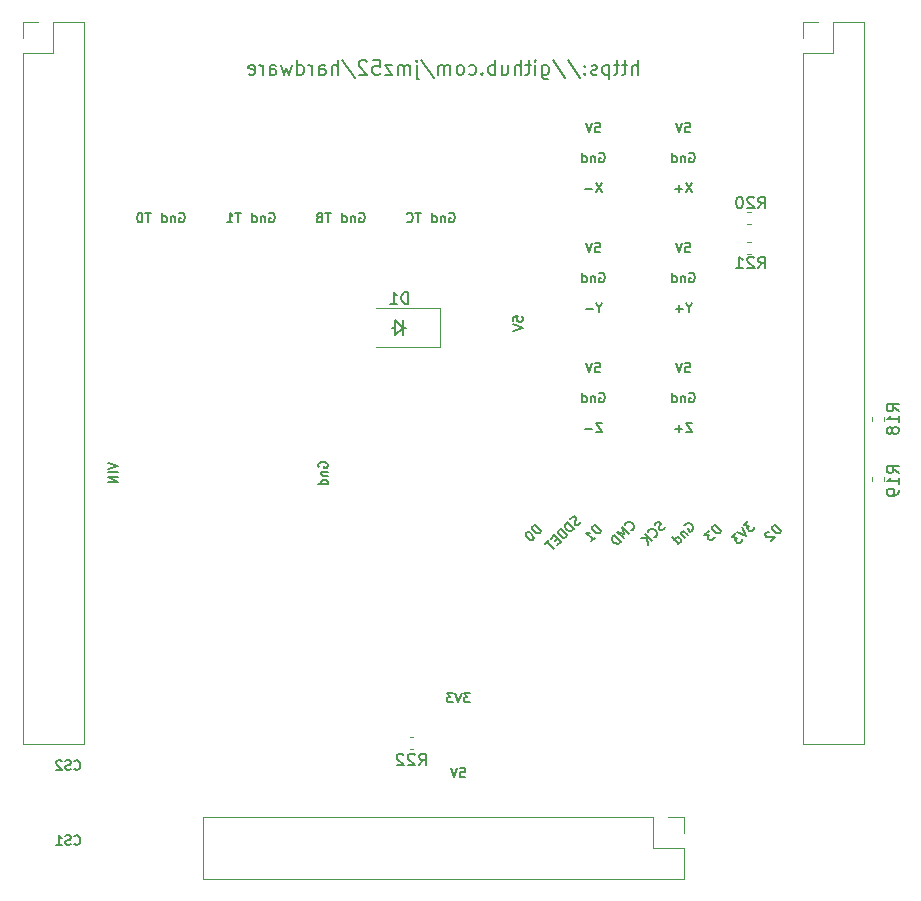
<source format=gbr>
G04 #@! TF.GenerationSoftware,KiCad,Pcbnew,(5.0.2)-1*
G04 #@! TF.CreationDate,2019-03-19T13:08:56+03:00*
G04 #@! TF.ProjectId,STM32F407VET6,53544d33-3246-4343-9037-564554362e6b,rev?*
G04 #@! TF.SameCoordinates,Original*
G04 #@! TF.FileFunction,Legend,Bot*
G04 #@! TF.FilePolarity,Positive*
%FSLAX46Y46*%
G04 Gerber Fmt 4.6, Leading zero omitted, Abs format (unit mm)*
G04 Created by KiCad (PCBNEW (5.0.2)-1) date 19/03/2019 13:08:56*
%MOMM*%
%LPD*%
G01*
G04 APERTURE LIST*
%ADD10C,0.150000*%
%ADD11C,0.200000*%
%ADD12C,0.120000*%
G04 APERTURE END LIST*
D10*
X172695714Y-86902857D02*
X172695714Y-85702857D01*
X172181428Y-86902857D02*
X172181428Y-86274285D01*
X172238571Y-86160000D01*
X172352857Y-86102857D01*
X172524285Y-86102857D01*
X172638571Y-86160000D01*
X172695714Y-86217142D01*
X171781428Y-86102857D02*
X171324285Y-86102857D01*
X171610000Y-85702857D02*
X171610000Y-86731428D01*
X171552857Y-86845714D01*
X171438571Y-86902857D01*
X171324285Y-86902857D01*
X171095714Y-86102857D02*
X170638571Y-86102857D01*
X170924285Y-85702857D02*
X170924285Y-86731428D01*
X170867142Y-86845714D01*
X170752857Y-86902857D01*
X170638571Y-86902857D01*
X170238571Y-86102857D02*
X170238571Y-87302857D01*
X170238571Y-86160000D02*
X170124285Y-86102857D01*
X169895714Y-86102857D01*
X169781428Y-86160000D01*
X169724285Y-86217142D01*
X169667142Y-86331428D01*
X169667142Y-86674285D01*
X169724285Y-86788571D01*
X169781428Y-86845714D01*
X169895714Y-86902857D01*
X170124285Y-86902857D01*
X170238571Y-86845714D01*
X169210000Y-86845714D02*
X169095714Y-86902857D01*
X168867142Y-86902857D01*
X168752857Y-86845714D01*
X168695714Y-86731428D01*
X168695714Y-86674285D01*
X168752857Y-86560000D01*
X168867142Y-86502857D01*
X169038571Y-86502857D01*
X169152857Y-86445714D01*
X169210000Y-86331428D01*
X169210000Y-86274285D01*
X169152857Y-86160000D01*
X169038571Y-86102857D01*
X168867142Y-86102857D01*
X168752857Y-86160000D01*
X168181428Y-86788571D02*
X168124285Y-86845714D01*
X168181428Y-86902857D01*
X168238571Y-86845714D01*
X168181428Y-86788571D01*
X168181428Y-86902857D01*
X168181428Y-86160000D02*
X168124285Y-86217142D01*
X168181428Y-86274285D01*
X168238571Y-86217142D01*
X168181428Y-86160000D01*
X168181428Y-86274285D01*
X166752857Y-85645714D02*
X167781428Y-87188571D01*
X165495714Y-85645714D02*
X166524285Y-87188571D01*
X164581428Y-86102857D02*
X164581428Y-87074285D01*
X164638571Y-87188571D01*
X164695714Y-87245714D01*
X164810000Y-87302857D01*
X164981428Y-87302857D01*
X165095714Y-87245714D01*
X164581428Y-86845714D02*
X164695714Y-86902857D01*
X164924285Y-86902857D01*
X165038571Y-86845714D01*
X165095714Y-86788571D01*
X165152857Y-86674285D01*
X165152857Y-86331428D01*
X165095714Y-86217142D01*
X165038571Y-86160000D01*
X164924285Y-86102857D01*
X164695714Y-86102857D01*
X164581428Y-86160000D01*
X164010000Y-86902857D02*
X164010000Y-86102857D01*
X164010000Y-85702857D02*
X164067142Y-85760000D01*
X164010000Y-85817142D01*
X163952857Y-85760000D01*
X164010000Y-85702857D01*
X164010000Y-85817142D01*
X163610000Y-86102857D02*
X163152857Y-86102857D01*
X163438571Y-85702857D02*
X163438571Y-86731428D01*
X163381428Y-86845714D01*
X163267142Y-86902857D01*
X163152857Y-86902857D01*
X162752857Y-86902857D02*
X162752857Y-85702857D01*
X162238571Y-86902857D02*
X162238571Y-86274285D01*
X162295714Y-86160000D01*
X162410000Y-86102857D01*
X162581428Y-86102857D01*
X162695714Y-86160000D01*
X162752857Y-86217142D01*
X161152857Y-86102857D02*
X161152857Y-86902857D01*
X161667142Y-86102857D02*
X161667142Y-86731428D01*
X161610000Y-86845714D01*
X161495714Y-86902857D01*
X161324285Y-86902857D01*
X161210000Y-86845714D01*
X161152857Y-86788571D01*
X160581428Y-86902857D02*
X160581428Y-85702857D01*
X160581428Y-86160000D02*
X160467142Y-86102857D01*
X160238571Y-86102857D01*
X160124285Y-86160000D01*
X160067142Y-86217142D01*
X160010000Y-86331428D01*
X160010000Y-86674285D01*
X160067142Y-86788571D01*
X160124285Y-86845714D01*
X160238571Y-86902857D01*
X160467142Y-86902857D01*
X160581428Y-86845714D01*
X159495714Y-86788571D02*
X159438571Y-86845714D01*
X159495714Y-86902857D01*
X159552857Y-86845714D01*
X159495714Y-86788571D01*
X159495714Y-86902857D01*
X158410000Y-86845714D02*
X158524285Y-86902857D01*
X158752857Y-86902857D01*
X158867142Y-86845714D01*
X158924285Y-86788571D01*
X158981428Y-86674285D01*
X158981428Y-86331428D01*
X158924285Y-86217142D01*
X158867142Y-86160000D01*
X158752857Y-86102857D01*
X158524285Y-86102857D01*
X158410000Y-86160000D01*
X157724285Y-86902857D02*
X157838571Y-86845714D01*
X157895714Y-86788571D01*
X157952857Y-86674285D01*
X157952857Y-86331428D01*
X157895714Y-86217142D01*
X157838571Y-86160000D01*
X157724285Y-86102857D01*
X157552857Y-86102857D01*
X157438571Y-86160000D01*
X157381428Y-86217142D01*
X157324285Y-86331428D01*
X157324285Y-86674285D01*
X157381428Y-86788571D01*
X157438571Y-86845714D01*
X157552857Y-86902857D01*
X157724285Y-86902857D01*
X156810000Y-86902857D02*
X156810000Y-86102857D01*
X156810000Y-86217142D02*
X156752857Y-86160000D01*
X156638571Y-86102857D01*
X156467142Y-86102857D01*
X156352857Y-86160000D01*
X156295714Y-86274285D01*
X156295714Y-86902857D01*
X156295714Y-86274285D02*
X156238571Y-86160000D01*
X156124285Y-86102857D01*
X155952857Y-86102857D01*
X155838571Y-86160000D01*
X155781428Y-86274285D01*
X155781428Y-86902857D01*
X154352857Y-85645714D02*
X155381428Y-87188571D01*
X153952857Y-86102857D02*
X153952857Y-87131428D01*
X154010000Y-87245714D01*
X154124285Y-87302857D01*
X154181428Y-87302857D01*
X153952857Y-85702857D02*
X154010000Y-85760000D01*
X153952857Y-85817142D01*
X153895714Y-85760000D01*
X153952857Y-85702857D01*
X153952857Y-85817142D01*
X153381428Y-86902857D02*
X153381428Y-86102857D01*
X153381428Y-86217142D02*
X153324285Y-86160000D01*
X153210000Y-86102857D01*
X153038571Y-86102857D01*
X152924285Y-86160000D01*
X152867142Y-86274285D01*
X152867142Y-86902857D01*
X152867142Y-86274285D02*
X152810000Y-86160000D01*
X152695714Y-86102857D01*
X152524285Y-86102857D01*
X152410000Y-86160000D01*
X152352857Y-86274285D01*
X152352857Y-86902857D01*
X151895714Y-86102857D02*
X151267142Y-86102857D01*
X151895714Y-86902857D01*
X151267142Y-86902857D01*
X150238571Y-85702857D02*
X150810000Y-85702857D01*
X150867142Y-86274285D01*
X150810000Y-86217142D01*
X150695714Y-86160000D01*
X150410000Y-86160000D01*
X150295714Y-86217142D01*
X150238571Y-86274285D01*
X150181428Y-86388571D01*
X150181428Y-86674285D01*
X150238571Y-86788571D01*
X150295714Y-86845714D01*
X150410000Y-86902857D01*
X150695714Y-86902857D01*
X150810000Y-86845714D01*
X150867142Y-86788571D01*
X149724285Y-85817142D02*
X149667142Y-85760000D01*
X149552857Y-85702857D01*
X149267142Y-85702857D01*
X149152857Y-85760000D01*
X149095714Y-85817142D01*
X149038571Y-85931428D01*
X149038571Y-86045714D01*
X149095714Y-86217142D01*
X149781428Y-86902857D01*
X149038571Y-86902857D01*
X147667142Y-85645714D02*
X148695714Y-87188571D01*
X147267142Y-86902857D02*
X147267142Y-85702857D01*
X146752857Y-86902857D02*
X146752857Y-86274285D01*
X146810000Y-86160000D01*
X146924285Y-86102857D01*
X147095714Y-86102857D01*
X147210000Y-86160000D01*
X147267142Y-86217142D01*
X145667142Y-86902857D02*
X145667142Y-86274285D01*
X145724285Y-86160000D01*
X145838571Y-86102857D01*
X146067142Y-86102857D01*
X146181428Y-86160000D01*
X145667142Y-86845714D02*
X145781428Y-86902857D01*
X146067142Y-86902857D01*
X146181428Y-86845714D01*
X146238571Y-86731428D01*
X146238571Y-86617142D01*
X146181428Y-86502857D01*
X146067142Y-86445714D01*
X145781428Y-86445714D01*
X145667142Y-86388571D01*
X145095714Y-86902857D02*
X145095714Y-86102857D01*
X145095714Y-86331428D02*
X145038571Y-86217142D01*
X144981428Y-86160000D01*
X144867142Y-86102857D01*
X144752857Y-86102857D01*
X143838571Y-86902857D02*
X143838571Y-85702857D01*
X143838571Y-86845714D02*
X143952857Y-86902857D01*
X144181428Y-86902857D01*
X144295714Y-86845714D01*
X144352857Y-86788571D01*
X144410000Y-86674285D01*
X144410000Y-86331428D01*
X144352857Y-86217142D01*
X144295714Y-86160000D01*
X144181428Y-86102857D01*
X143952857Y-86102857D01*
X143838571Y-86160000D01*
X143381428Y-86102857D02*
X143152857Y-86902857D01*
X142924285Y-86331428D01*
X142695714Y-86902857D01*
X142467142Y-86102857D01*
X141495714Y-86902857D02*
X141495714Y-86274285D01*
X141552857Y-86160000D01*
X141667142Y-86102857D01*
X141895714Y-86102857D01*
X142010000Y-86160000D01*
X141495714Y-86845714D02*
X141610000Y-86902857D01*
X141895714Y-86902857D01*
X142010000Y-86845714D01*
X142067142Y-86731428D01*
X142067142Y-86617142D01*
X142010000Y-86502857D01*
X141895714Y-86445714D01*
X141610000Y-86445714D01*
X141495714Y-86388571D01*
X140924285Y-86902857D02*
X140924285Y-86102857D01*
X140924285Y-86331428D02*
X140867142Y-86217142D01*
X140810000Y-86160000D01*
X140695714Y-86102857D01*
X140581428Y-86102857D01*
X139724285Y-86845714D02*
X139838571Y-86902857D01*
X140067142Y-86902857D01*
X140181428Y-86845714D01*
X140238571Y-86731428D01*
X140238571Y-86274285D01*
X140181428Y-86160000D01*
X140067142Y-86102857D01*
X139838571Y-86102857D01*
X139724285Y-86160000D01*
X139667142Y-86274285D01*
X139667142Y-86388571D01*
X140238571Y-86502857D01*
X158470476Y-139261904D02*
X157975238Y-139261904D01*
X158241904Y-139566666D01*
X158127619Y-139566666D01*
X158051428Y-139604761D01*
X158013333Y-139642857D01*
X157975238Y-139719047D01*
X157975238Y-139909523D01*
X158013333Y-139985714D01*
X158051428Y-140023809D01*
X158127619Y-140061904D01*
X158356190Y-140061904D01*
X158432380Y-140023809D01*
X158470476Y-139985714D01*
X157746666Y-139261904D02*
X157480000Y-140061904D01*
X157213333Y-139261904D01*
X157022857Y-139261904D02*
X156527619Y-139261904D01*
X156794285Y-139566666D01*
X156680000Y-139566666D01*
X156603809Y-139604761D01*
X156565714Y-139642857D01*
X156527619Y-139719047D01*
X156527619Y-139909523D01*
X156565714Y-139985714D01*
X156603809Y-140023809D01*
X156680000Y-140061904D01*
X156908571Y-140061904D01*
X156984761Y-140023809D01*
X157022857Y-139985714D01*
X157632380Y-145611904D02*
X158013333Y-145611904D01*
X158051428Y-145992857D01*
X158013333Y-145954761D01*
X157937142Y-145916666D01*
X157746666Y-145916666D01*
X157670476Y-145954761D01*
X157632380Y-145992857D01*
X157594285Y-146069047D01*
X157594285Y-146259523D01*
X157632380Y-146335714D01*
X157670476Y-146373809D01*
X157746666Y-146411904D01*
X157937142Y-146411904D01*
X158013333Y-146373809D01*
X158051428Y-146335714D01*
X157365714Y-145611904D02*
X157099047Y-146411904D01*
X156832380Y-145611904D01*
X162121904Y-107797619D02*
X162121904Y-107416666D01*
X162502857Y-107378571D01*
X162464761Y-107416666D01*
X162426666Y-107492857D01*
X162426666Y-107683333D01*
X162464761Y-107759523D01*
X162502857Y-107797619D01*
X162579047Y-107835714D01*
X162769523Y-107835714D01*
X162845714Y-107797619D01*
X162883809Y-107759523D01*
X162921904Y-107683333D01*
X162921904Y-107492857D01*
X162883809Y-107416666D01*
X162845714Y-107378571D01*
X162121904Y-108064285D02*
X162921904Y-108330952D01*
X162121904Y-108597619D01*
D11*
X152146000Y-108331000D02*
X151892000Y-108331000D01*
X152781000Y-108331000D02*
X153035000Y-108331000D01*
X152781000Y-107696000D02*
X152781000Y-108966000D01*
X152781000Y-108331000D02*
X152146000Y-107696000D01*
X152146000Y-108966000D02*
X152781000Y-108331000D01*
X152146000Y-107696000D02*
X152146000Y-108966000D01*
D10*
X127831904Y-119773809D02*
X128631904Y-120040476D01*
X127831904Y-120307142D01*
X128631904Y-120573809D02*
X127831904Y-120573809D01*
X128631904Y-120954761D02*
X127831904Y-120954761D01*
X128631904Y-121411904D01*
X127831904Y-121411904D01*
X145650000Y-120135714D02*
X145611904Y-120059523D01*
X145611904Y-119945238D01*
X145650000Y-119830952D01*
X145726190Y-119754761D01*
X145802380Y-119716666D01*
X145954761Y-119678571D01*
X146069047Y-119678571D01*
X146221428Y-119716666D01*
X146297619Y-119754761D01*
X146373809Y-119830952D01*
X146411904Y-119945238D01*
X146411904Y-120021428D01*
X146373809Y-120135714D01*
X146335714Y-120173809D01*
X146069047Y-120173809D01*
X146069047Y-120021428D01*
X145878571Y-120516666D02*
X146411904Y-120516666D01*
X145954761Y-120516666D02*
X145916666Y-120554761D01*
X145878571Y-120630952D01*
X145878571Y-120745238D01*
X145916666Y-120821428D01*
X145992857Y-120859523D01*
X146411904Y-120859523D01*
X146411904Y-121583333D02*
X145611904Y-121583333D01*
X146373809Y-121583333D02*
X146411904Y-121507142D01*
X146411904Y-121354761D01*
X146373809Y-121278571D01*
X146335714Y-121240476D01*
X146259523Y-121202380D01*
X146030952Y-121202380D01*
X145954761Y-121240476D01*
X145916666Y-121278571D01*
X145878571Y-121354761D01*
X145878571Y-121507142D01*
X145916666Y-121583333D01*
X156724285Y-98660000D02*
X156800476Y-98621904D01*
X156914761Y-98621904D01*
X157029047Y-98660000D01*
X157105238Y-98736190D01*
X157143333Y-98812380D01*
X157181428Y-98964761D01*
X157181428Y-99079047D01*
X157143333Y-99231428D01*
X157105238Y-99307619D01*
X157029047Y-99383809D01*
X156914761Y-99421904D01*
X156838571Y-99421904D01*
X156724285Y-99383809D01*
X156686190Y-99345714D01*
X156686190Y-99079047D01*
X156838571Y-99079047D01*
X156343333Y-98888571D02*
X156343333Y-99421904D01*
X156343333Y-98964761D02*
X156305238Y-98926666D01*
X156229047Y-98888571D01*
X156114761Y-98888571D01*
X156038571Y-98926666D01*
X156000476Y-99002857D01*
X156000476Y-99421904D01*
X155276666Y-99421904D02*
X155276666Y-98621904D01*
X155276666Y-99383809D02*
X155352857Y-99421904D01*
X155505238Y-99421904D01*
X155581428Y-99383809D01*
X155619523Y-99345714D01*
X155657619Y-99269523D01*
X155657619Y-99040952D01*
X155619523Y-98964761D01*
X155581428Y-98926666D01*
X155505238Y-98888571D01*
X155352857Y-98888571D01*
X155276666Y-98926666D01*
X149104285Y-98660000D02*
X149180476Y-98621904D01*
X149294761Y-98621904D01*
X149409047Y-98660000D01*
X149485238Y-98736190D01*
X149523333Y-98812380D01*
X149561428Y-98964761D01*
X149561428Y-99079047D01*
X149523333Y-99231428D01*
X149485238Y-99307619D01*
X149409047Y-99383809D01*
X149294761Y-99421904D01*
X149218571Y-99421904D01*
X149104285Y-99383809D01*
X149066190Y-99345714D01*
X149066190Y-99079047D01*
X149218571Y-99079047D01*
X148723333Y-98888571D02*
X148723333Y-99421904D01*
X148723333Y-98964761D02*
X148685238Y-98926666D01*
X148609047Y-98888571D01*
X148494761Y-98888571D01*
X148418571Y-98926666D01*
X148380476Y-99002857D01*
X148380476Y-99421904D01*
X147656666Y-99421904D02*
X147656666Y-98621904D01*
X147656666Y-99383809D02*
X147732857Y-99421904D01*
X147885238Y-99421904D01*
X147961428Y-99383809D01*
X147999523Y-99345714D01*
X148037619Y-99269523D01*
X148037619Y-99040952D01*
X147999523Y-98964761D01*
X147961428Y-98926666D01*
X147885238Y-98888571D01*
X147732857Y-98888571D01*
X147656666Y-98926666D01*
X141484285Y-98660000D02*
X141560476Y-98621904D01*
X141674761Y-98621904D01*
X141789047Y-98660000D01*
X141865238Y-98736190D01*
X141903333Y-98812380D01*
X141941428Y-98964761D01*
X141941428Y-99079047D01*
X141903333Y-99231428D01*
X141865238Y-99307619D01*
X141789047Y-99383809D01*
X141674761Y-99421904D01*
X141598571Y-99421904D01*
X141484285Y-99383809D01*
X141446190Y-99345714D01*
X141446190Y-99079047D01*
X141598571Y-99079047D01*
X141103333Y-98888571D02*
X141103333Y-99421904D01*
X141103333Y-98964761D02*
X141065238Y-98926666D01*
X140989047Y-98888571D01*
X140874761Y-98888571D01*
X140798571Y-98926666D01*
X140760476Y-99002857D01*
X140760476Y-99421904D01*
X140036666Y-99421904D02*
X140036666Y-98621904D01*
X140036666Y-99383809D02*
X140112857Y-99421904D01*
X140265238Y-99421904D01*
X140341428Y-99383809D01*
X140379523Y-99345714D01*
X140417619Y-99269523D01*
X140417619Y-99040952D01*
X140379523Y-98964761D01*
X140341428Y-98926666D01*
X140265238Y-98888571D01*
X140112857Y-98888571D01*
X140036666Y-98926666D01*
X133864285Y-98660000D02*
X133940476Y-98621904D01*
X134054761Y-98621904D01*
X134169047Y-98660000D01*
X134245238Y-98736190D01*
X134283333Y-98812380D01*
X134321428Y-98964761D01*
X134321428Y-99079047D01*
X134283333Y-99231428D01*
X134245238Y-99307619D01*
X134169047Y-99383809D01*
X134054761Y-99421904D01*
X133978571Y-99421904D01*
X133864285Y-99383809D01*
X133826190Y-99345714D01*
X133826190Y-99079047D01*
X133978571Y-99079047D01*
X133483333Y-98888571D02*
X133483333Y-99421904D01*
X133483333Y-98964761D02*
X133445238Y-98926666D01*
X133369047Y-98888571D01*
X133254761Y-98888571D01*
X133178571Y-98926666D01*
X133140476Y-99002857D01*
X133140476Y-99421904D01*
X132416666Y-99421904D02*
X132416666Y-98621904D01*
X132416666Y-99383809D02*
X132492857Y-99421904D01*
X132645238Y-99421904D01*
X132721428Y-99383809D01*
X132759523Y-99345714D01*
X132797619Y-99269523D01*
X132797619Y-99040952D01*
X132759523Y-98964761D01*
X132721428Y-98926666D01*
X132645238Y-98888571D01*
X132492857Y-98888571D01*
X132416666Y-98926666D01*
X154298571Y-98621904D02*
X153841428Y-98621904D01*
X154070000Y-99421904D02*
X154070000Y-98621904D01*
X153117619Y-99345714D02*
X153155714Y-99383809D01*
X153270000Y-99421904D01*
X153346190Y-99421904D01*
X153460476Y-99383809D01*
X153536666Y-99307619D01*
X153574761Y-99231428D01*
X153612857Y-99079047D01*
X153612857Y-98964761D01*
X153574761Y-98812380D01*
X153536666Y-98736190D01*
X153460476Y-98660000D01*
X153346190Y-98621904D01*
X153270000Y-98621904D01*
X153155714Y-98660000D01*
X153117619Y-98698095D01*
X146678571Y-98621904D02*
X146221428Y-98621904D01*
X146450000Y-99421904D02*
X146450000Y-98621904D01*
X145688095Y-99002857D02*
X145573809Y-99040952D01*
X145535714Y-99079047D01*
X145497619Y-99155238D01*
X145497619Y-99269523D01*
X145535714Y-99345714D01*
X145573809Y-99383809D01*
X145650000Y-99421904D01*
X145954761Y-99421904D01*
X145954761Y-98621904D01*
X145688095Y-98621904D01*
X145611904Y-98660000D01*
X145573809Y-98698095D01*
X145535714Y-98774285D01*
X145535714Y-98850476D01*
X145573809Y-98926666D01*
X145611904Y-98964761D01*
X145688095Y-99002857D01*
X145954761Y-99002857D01*
X139039523Y-98621904D02*
X138582380Y-98621904D01*
X138810952Y-99421904D02*
X138810952Y-98621904D01*
X137896666Y-99421904D02*
X138353809Y-99421904D01*
X138125238Y-99421904D02*
X138125238Y-98621904D01*
X138201428Y-98736190D01*
X138277619Y-98812380D01*
X138353809Y-98850476D01*
X131419523Y-98621904D02*
X130962380Y-98621904D01*
X131190952Y-99421904D02*
X131190952Y-98621904D01*
X130543333Y-98621904D02*
X130467142Y-98621904D01*
X130390952Y-98660000D01*
X130352857Y-98698095D01*
X130314761Y-98774285D01*
X130276666Y-98926666D01*
X130276666Y-99117142D01*
X130314761Y-99269523D01*
X130352857Y-99345714D01*
X130390952Y-99383809D01*
X130467142Y-99421904D01*
X130543333Y-99421904D01*
X130619523Y-99383809D01*
X130657619Y-99345714D01*
X130695714Y-99269523D01*
X130733809Y-99117142D01*
X130733809Y-98926666D01*
X130695714Y-98774285D01*
X130657619Y-98698095D01*
X130619523Y-98660000D01*
X130543333Y-98621904D01*
X176682380Y-111321904D02*
X177063333Y-111321904D01*
X177101428Y-111702857D01*
X177063333Y-111664761D01*
X176987142Y-111626666D01*
X176796666Y-111626666D01*
X176720476Y-111664761D01*
X176682380Y-111702857D01*
X176644285Y-111779047D01*
X176644285Y-111969523D01*
X176682380Y-112045714D01*
X176720476Y-112083809D01*
X176796666Y-112121904D01*
X176987142Y-112121904D01*
X177063333Y-112083809D01*
X177101428Y-112045714D01*
X176415714Y-111321904D02*
X176149047Y-112121904D01*
X175882380Y-111321904D01*
X169062380Y-111321904D02*
X169443333Y-111321904D01*
X169481428Y-111702857D01*
X169443333Y-111664761D01*
X169367142Y-111626666D01*
X169176666Y-111626666D01*
X169100476Y-111664761D01*
X169062380Y-111702857D01*
X169024285Y-111779047D01*
X169024285Y-111969523D01*
X169062380Y-112045714D01*
X169100476Y-112083809D01*
X169176666Y-112121904D01*
X169367142Y-112121904D01*
X169443333Y-112083809D01*
X169481428Y-112045714D01*
X168795714Y-111321904D02*
X168529047Y-112121904D01*
X168262380Y-111321904D01*
X169062380Y-101161904D02*
X169443333Y-101161904D01*
X169481428Y-101542857D01*
X169443333Y-101504761D01*
X169367142Y-101466666D01*
X169176666Y-101466666D01*
X169100476Y-101504761D01*
X169062380Y-101542857D01*
X169024285Y-101619047D01*
X169024285Y-101809523D01*
X169062380Y-101885714D01*
X169100476Y-101923809D01*
X169176666Y-101961904D01*
X169367142Y-101961904D01*
X169443333Y-101923809D01*
X169481428Y-101885714D01*
X168795714Y-101161904D02*
X168529047Y-101961904D01*
X168262380Y-101161904D01*
X176682380Y-101161904D02*
X177063333Y-101161904D01*
X177101428Y-101542857D01*
X177063333Y-101504761D01*
X176987142Y-101466666D01*
X176796666Y-101466666D01*
X176720476Y-101504761D01*
X176682380Y-101542857D01*
X176644285Y-101619047D01*
X176644285Y-101809523D01*
X176682380Y-101885714D01*
X176720476Y-101923809D01*
X176796666Y-101961904D01*
X176987142Y-101961904D01*
X177063333Y-101923809D01*
X177101428Y-101885714D01*
X176415714Y-101161904D02*
X176149047Y-101961904D01*
X175882380Y-101161904D01*
X176682380Y-91001904D02*
X177063333Y-91001904D01*
X177101428Y-91382857D01*
X177063333Y-91344761D01*
X176987142Y-91306666D01*
X176796666Y-91306666D01*
X176720476Y-91344761D01*
X176682380Y-91382857D01*
X176644285Y-91459047D01*
X176644285Y-91649523D01*
X176682380Y-91725714D01*
X176720476Y-91763809D01*
X176796666Y-91801904D01*
X176987142Y-91801904D01*
X177063333Y-91763809D01*
X177101428Y-91725714D01*
X176415714Y-91001904D02*
X176149047Y-91801904D01*
X175882380Y-91001904D01*
X169062380Y-91001904D02*
X169443333Y-91001904D01*
X169481428Y-91382857D01*
X169443333Y-91344761D01*
X169367142Y-91306666D01*
X169176666Y-91306666D01*
X169100476Y-91344761D01*
X169062380Y-91382857D01*
X169024285Y-91459047D01*
X169024285Y-91649523D01*
X169062380Y-91725714D01*
X169100476Y-91763809D01*
X169176666Y-91801904D01*
X169367142Y-91801904D01*
X169443333Y-91763809D01*
X169481428Y-91725714D01*
X168795714Y-91001904D02*
X168529047Y-91801904D01*
X168262380Y-91001904D01*
X169424285Y-93580000D02*
X169500476Y-93541904D01*
X169614761Y-93541904D01*
X169729047Y-93580000D01*
X169805238Y-93656190D01*
X169843333Y-93732380D01*
X169881428Y-93884761D01*
X169881428Y-93999047D01*
X169843333Y-94151428D01*
X169805238Y-94227619D01*
X169729047Y-94303809D01*
X169614761Y-94341904D01*
X169538571Y-94341904D01*
X169424285Y-94303809D01*
X169386190Y-94265714D01*
X169386190Y-93999047D01*
X169538571Y-93999047D01*
X169043333Y-93808571D02*
X169043333Y-94341904D01*
X169043333Y-93884761D02*
X169005238Y-93846666D01*
X168929047Y-93808571D01*
X168814761Y-93808571D01*
X168738571Y-93846666D01*
X168700476Y-93922857D01*
X168700476Y-94341904D01*
X167976666Y-94341904D02*
X167976666Y-93541904D01*
X167976666Y-94303809D02*
X168052857Y-94341904D01*
X168205238Y-94341904D01*
X168281428Y-94303809D01*
X168319523Y-94265714D01*
X168357619Y-94189523D01*
X168357619Y-93960952D01*
X168319523Y-93884761D01*
X168281428Y-93846666D01*
X168205238Y-93808571D01*
X168052857Y-93808571D01*
X167976666Y-93846666D01*
X177044285Y-93580000D02*
X177120476Y-93541904D01*
X177234761Y-93541904D01*
X177349047Y-93580000D01*
X177425238Y-93656190D01*
X177463333Y-93732380D01*
X177501428Y-93884761D01*
X177501428Y-93999047D01*
X177463333Y-94151428D01*
X177425238Y-94227619D01*
X177349047Y-94303809D01*
X177234761Y-94341904D01*
X177158571Y-94341904D01*
X177044285Y-94303809D01*
X177006190Y-94265714D01*
X177006190Y-93999047D01*
X177158571Y-93999047D01*
X176663333Y-93808571D02*
X176663333Y-94341904D01*
X176663333Y-93884761D02*
X176625238Y-93846666D01*
X176549047Y-93808571D01*
X176434761Y-93808571D01*
X176358571Y-93846666D01*
X176320476Y-93922857D01*
X176320476Y-94341904D01*
X175596666Y-94341904D02*
X175596666Y-93541904D01*
X175596666Y-94303809D02*
X175672857Y-94341904D01*
X175825238Y-94341904D01*
X175901428Y-94303809D01*
X175939523Y-94265714D01*
X175977619Y-94189523D01*
X175977619Y-93960952D01*
X175939523Y-93884761D01*
X175901428Y-93846666D01*
X175825238Y-93808571D01*
X175672857Y-93808571D01*
X175596666Y-93846666D01*
X177044285Y-103740000D02*
X177120476Y-103701904D01*
X177234761Y-103701904D01*
X177349047Y-103740000D01*
X177425238Y-103816190D01*
X177463333Y-103892380D01*
X177501428Y-104044761D01*
X177501428Y-104159047D01*
X177463333Y-104311428D01*
X177425238Y-104387619D01*
X177349047Y-104463809D01*
X177234761Y-104501904D01*
X177158571Y-104501904D01*
X177044285Y-104463809D01*
X177006190Y-104425714D01*
X177006190Y-104159047D01*
X177158571Y-104159047D01*
X176663333Y-103968571D02*
X176663333Y-104501904D01*
X176663333Y-104044761D02*
X176625238Y-104006666D01*
X176549047Y-103968571D01*
X176434761Y-103968571D01*
X176358571Y-104006666D01*
X176320476Y-104082857D01*
X176320476Y-104501904D01*
X175596666Y-104501904D02*
X175596666Y-103701904D01*
X175596666Y-104463809D02*
X175672857Y-104501904D01*
X175825238Y-104501904D01*
X175901428Y-104463809D01*
X175939523Y-104425714D01*
X175977619Y-104349523D01*
X175977619Y-104120952D01*
X175939523Y-104044761D01*
X175901428Y-104006666D01*
X175825238Y-103968571D01*
X175672857Y-103968571D01*
X175596666Y-104006666D01*
X169424285Y-103740000D02*
X169500476Y-103701904D01*
X169614761Y-103701904D01*
X169729047Y-103740000D01*
X169805238Y-103816190D01*
X169843333Y-103892380D01*
X169881428Y-104044761D01*
X169881428Y-104159047D01*
X169843333Y-104311428D01*
X169805238Y-104387619D01*
X169729047Y-104463809D01*
X169614761Y-104501904D01*
X169538571Y-104501904D01*
X169424285Y-104463809D01*
X169386190Y-104425714D01*
X169386190Y-104159047D01*
X169538571Y-104159047D01*
X169043333Y-103968571D02*
X169043333Y-104501904D01*
X169043333Y-104044761D02*
X169005238Y-104006666D01*
X168929047Y-103968571D01*
X168814761Y-103968571D01*
X168738571Y-104006666D01*
X168700476Y-104082857D01*
X168700476Y-104501904D01*
X167976666Y-104501904D02*
X167976666Y-103701904D01*
X167976666Y-104463809D02*
X168052857Y-104501904D01*
X168205238Y-104501904D01*
X168281428Y-104463809D01*
X168319523Y-104425714D01*
X168357619Y-104349523D01*
X168357619Y-104120952D01*
X168319523Y-104044761D01*
X168281428Y-104006666D01*
X168205238Y-103968571D01*
X168052857Y-103968571D01*
X167976666Y-104006666D01*
X169424285Y-113900000D02*
X169500476Y-113861904D01*
X169614761Y-113861904D01*
X169729047Y-113900000D01*
X169805238Y-113976190D01*
X169843333Y-114052380D01*
X169881428Y-114204761D01*
X169881428Y-114319047D01*
X169843333Y-114471428D01*
X169805238Y-114547619D01*
X169729047Y-114623809D01*
X169614761Y-114661904D01*
X169538571Y-114661904D01*
X169424285Y-114623809D01*
X169386190Y-114585714D01*
X169386190Y-114319047D01*
X169538571Y-114319047D01*
X169043333Y-114128571D02*
X169043333Y-114661904D01*
X169043333Y-114204761D02*
X169005238Y-114166666D01*
X168929047Y-114128571D01*
X168814761Y-114128571D01*
X168738571Y-114166666D01*
X168700476Y-114242857D01*
X168700476Y-114661904D01*
X167976666Y-114661904D02*
X167976666Y-113861904D01*
X167976666Y-114623809D02*
X168052857Y-114661904D01*
X168205238Y-114661904D01*
X168281428Y-114623809D01*
X168319523Y-114585714D01*
X168357619Y-114509523D01*
X168357619Y-114280952D01*
X168319523Y-114204761D01*
X168281428Y-114166666D01*
X168205238Y-114128571D01*
X168052857Y-114128571D01*
X167976666Y-114166666D01*
X177044285Y-113900000D02*
X177120476Y-113861904D01*
X177234761Y-113861904D01*
X177349047Y-113900000D01*
X177425238Y-113976190D01*
X177463333Y-114052380D01*
X177501428Y-114204761D01*
X177501428Y-114319047D01*
X177463333Y-114471428D01*
X177425238Y-114547619D01*
X177349047Y-114623809D01*
X177234761Y-114661904D01*
X177158571Y-114661904D01*
X177044285Y-114623809D01*
X177006190Y-114585714D01*
X177006190Y-114319047D01*
X177158571Y-114319047D01*
X176663333Y-114128571D02*
X176663333Y-114661904D01*
X176663333Y-114204761D02*
X176625238Y-114166666D01*
X176549047Y-114128571D01*
X176434761Y-114128571D01*
X176358571Y-114166666D01*
X176320476Y-114242857D01*
X176320476Y-114661904D01*
X175596666Y-114661904D02*
X175596666Y-113861904D01*
X175596666Y-114623809D02*
X175672857Y-114661904D01*
X175825238Y-114661904D01*
X175901428Y-114623809D01*
X175939523Y-114585714D01*
X175977619Y-114509523D01*
X175977619Y-114280952D01*
X175939523Y-114204761D01*
X175901428Y-114166666D01*
X175825238Y-114128571D01*
X175672857Y-114128571D01*
X175596666Y-114166666D01*
X177291904Y-96081904D02*
X176758571Y-96881904D01*
X176758571Y-96081904D02*
X177291904Y-96881904D01*
X176453809Y-96577142D02*
X175844285Y-96577142D01*
X176149047Y-96881904D02*
X176149047Y-96272380D01*
X177025238Y-106660952D02*
X177025238Y-107041904D01*
X177291904Y-106241904D02*
X177025238Y-106660952D01*
X176758571Y-106241904D01*
X176491904Y-106737142D02*
X175882380Y-106737142D01*
X176187142Y-107041904D02*
X176187142Y-106432380D01*
X169671904Y-96081904D02*
X169138571Y-96881904D01*
X169138571Y-96081904D02*
X169671904Y-96881904D01*
X168833809Y-96577142D02*
X168224285Y-96577142D01*
X169405238Y-106660952D02*
X169405238Y-107041904D01*
X169671904Y-106241904D02*
X169405238Y-106660952D01*
X169138571Y-106241904D01*
X168871904Y-106737142D02*
X168262380Y-106737142D01*
X169671904Y-116401904D02*
X169138571Y-116401904D01*
X169671904Y-117201904D01*
X169138571Y-117201904D01*
X168833809Y-116897142D02*
X168224285Y-116897142D01*
X177291904Y-116401904D02*
X176758571Y-116401904D01*
X177291904Y-117201904D01*
X176758571Y-117201904D01*
X176453809Y-116897142D02*
X175844285Y-116897142D01*
X176149047Y-117201904D02*
X176149047Y-116592380D01*
X184823435Y-125568375D02*
X184257749Y-125002690D01*
X184123062Y-125137377D01*
X184069187Y-125245126D01*
X184069187Y-125352876D01*
X184096125Y-125433688D01*
X184176937Y-125568375D01*
X184257749Y-125649187D01*
X184392436Y-125730000D01*
X184473248Y-125756937D01*
X184580998Y-125756937D01*
X184688748Y-125703062D01*
X184823435Y-125568375D01*
X183772876Y-125595312D02*
X183719001Y-125595312D01*
X183638189Y-125622250D01*
X183503502Y-125756937D01*
X183476564Y-125837749D01*
X183476564Y-125891624D01*
X183503502Y-125972436D01*
X183557377Y-126026311D01*
X183665126Y-126080186D01*
X184311624Y-126080186D01*
X183961438Y-126430372D01*
X182000592Y-124719847D02*
X181650406Y-125070033D01*
X182054467Y-125096971D01*
X181973654Y-125177783D01*
X181946717Y-125258595D01*
X181946717Y-125312470D01*
X181973654Y-125393282D01*
X182108341Y-125527969D01*
X182189154Y-125554906D01*
X182243028Y-125554906D01*
X182323841Y-125527969D01*
X182485465Y-125366345D01*
X182512402Y-125285532D01*
X182512402Y-125231658D01*
X181488781Y-125231658D02*
X181865905Y-125985905D01*
X181111658Y-125608781D01*
X180976971Y-125743468D02*
X180626784Y-126093654D01*
X181030845Y-126120592D01*
X180950033Y-126201404D01*
X180923096Y-126282216D01*
X180923096Y-126336091D01*
X180950033Y-126416903D01*
X181084720Y-126551590D01*
X181165532Y-126578528D01*
X181219407Y-126578528D01*
X181300219Y-126551590D01*
X181461844Y-126389966D01*
X181488781Y-126309154D01*
X181488781Y-126255279D01*
X179743435Y-125568375D02*
X179177749Y-125002690D01*
X179043062Y-125137377D01*
X178989187Y-125245126D01*
X178989187Y-125352876D01*
X179016125Y-125433688D01*
X179096937Y-125568375D01*
X179177749Y-125649187D01*
X179312436Y-125730000D01*
X179393248Y-125756937D01*
X179500998Y-125756937D01*
X179608748Y-125703062D01*
X179743435Y-125568375D01*
X178665938Y-125514500D02*
X178315752Y-125864687D01*
X178719813Y-125891624D01*
X178639001Y-125972436D01*
X178612064Y-126053248D01*
X178612064Y-126107123D01*
X178639001Y-126187935D01*
X178773688Y-126322622D01*
X178854500Y-126349560D01*
X178908375Y-126349560D01*
X178989187Y-126322622D01*
X179150812Y-126160998D01*
X179177749Y-126080186D01*
X179177749Y-126026311D01*
X176610812Y-125083502D02*
X176637749Y-125002690D01*
X176718561Y-124921877D01*
X176826311Y-124868003D01*
X176934061Y-124868003D01*
X177014873Y-124894940D01*
X177149560Y-124975752D01*
X177230372Y-125056564D01*
X177311184Y-125191251D01*
X177338122Y-125272064D01*
X177338122Y-125379813D01*
X177284247Y-125487563D01*
X177230372Y-125541438D01*
X177122622Y-125595312D01*
X177068748Y-125595312D01*
X176880186Y-125406751D01*
X176987935Y-125299001D01*
X176503062Y-125514500D02*
X176880186Y-125891624D01*
X176556937Y-125568375D02*
X176503062Y-125568375D01*
X176422250Y-125595312D01*
X176341438Y-125676125D01*
X176314500Y-125756937D01*
X176341438Y-125837749D01*
X176637749Y-126134061D01*
X176125938Y-126645871D02*
X175560253Y-126080186D01*
X176099001Y-126618934D02*
X176179813Y-126591996D01*
X176287563Y-126484247D01*
X176314500Y-126403435D01*
X176314500Y-126349560D01*
X176287563Y-126268748D01*
X176125938Y-126107123D01*
X176045126Y-126080186D01*
X175991251Y-126080186D01*
X175910439Y-126107123D01*
X175802690Y-126214873D01*
X175775752Y-126295685D01*
X174946277Y-125231658D02*
X174892402Y-125339407D01*
X174757715Y-125474094D01*
X174676903Y-125501032D01*
X174623028Y-125501032D01*
X174542216Y-125474094D01*
X174488341Y-125420219D01*
X174461404Y-125339407D01*
X174461404Y-125285532D01*
X174488341Y-125204720D01*
X174569154Y-125070033D01*
X174596091Y-124989221D01*
X174596091Y-124935346D01*
X174569154Y-124854534D01*
X174515279Y-124800659D01*
X174434467Y-124773722D01*
X174380592Y-124773722D01*
X174299780Y-124800659D01*
X174165093Y-124935346D01*
X174111218Y-125043096D01*
X174030406Y-126093654D02*
X174084280Y-126093654D01*
X174192030Y-126039780D01*
X174245905Y-125985905D01*
X174299780Y-125878155D01*
X174299780Y-125770406D01*
X174272842Y-125689593D01*
X174192030Y-125554906D01*
X174111218Y-125474094D01*
X173976531Y-125393282D01*
X173895719Y-125366345D01*
X173787969Y-125366345D01*
X173680219Y-125420219D01*
X173626345Y-125474094D01*
X173572470Y-125581844D01*
X173572470Y-125635719D01*
X173841844Y-126389966D02*
X173276158Y-125824280D01*
X173518595Y-126713215D02*
X173437783Y-126147529D01*
X172952910Y-126147529D02*
X173599407Y-126147529D01*
X172083028Y-125501032D02*
X172136903Y-125501032D01*
X172244653Y-125447157D01*
X172298528Y-125393282D01*
X172352402Y-125285532D01*
X172352402Y-125177783D01*
X172325465Y-125096971D01*
X172244653Y-124962284D01*
X172163841Y-124881471D01*
X172029154Y-124800659D01*
X171948341Y-124773722D01*
X171840592Y-124773722D01*
X171732842Y-124827597D01*
X171678967Y-124881471D01*
X171625093Y-124989221D01*
X171625093Y-125043096D01*
X171894467Y-125797343D02*
X171328781Y-125231658D01*
X171544280Y-125824280D01*
X170951658Y-125608781D01*
X171517343Y-126174467D01*
X171247969Y-126443841D02*
X170682284Y-125878155D01*
X170547597Y-126012842D01*
X170493722Y-126120592D01*
X170493722Y-126228341D01*
X170520659Y-126309154D01*
X170601471Y-126443841D01*
X170682284Y-126524653D01*
X170816971Y-126605465D01*
X170897783Y-126632402D01*
X171005532Y-126632402D01*
X171113282Y-126578528D01*
X171247969Y-126443841D01*
X169583435Y-125568375D02*
X169017749Y-125002690D01*
X168883062Y-125137377D01*
X168829187Y-125245126D01*
X168829187Y-125352876D01*
X168856125Y-125433688D01*
X168936937Y-125568375D01*
X169017749Y-125649187D01*
X169152436Y-125730000D01*
X169233248Y-125756937D01*
X169340998Y-125756937D01*
X169448748Y-125703062D01*
X169583435Y-125568375D01*
X168721438Y-126430372D02*
X169044687Y-126107123D01*
X168883062Y-126268748D02*
X168317377Y-125703062D01*
X168452064Y-125730000D01*
X168559813Y-125730000D01*
X168640625Y-125703062D01*
X167797682Y-124760253D02*
X167743807Y-124868003D01*
X167609120Y-125002690D01*
X167528308Y-125029627D01*
X167474433Y-125029627D01*
X167393621Y-125002690D01*
X167339746Y-124948815D01*
X167312809Y-124868003D01*
X167312809Y-124814128D01*
X167339746Y-124733316D01*
X167420558Y-124598629D01*
X167447496Y-124517816D01*
X167447496Y-124463942D01*
X167420558Y-124383129D01*
X167366683Y-124329255D01*
X167285871Y-124302317D01*
X167231996Y-124302317D01*
X167151184Y-124329255D01*
X167016497Y-124463942D01*
X166962622Y-124571691D01*
X167258934Y-125352876D02*
X166693248Y-124787190D01*
X166558561Y-124921877D01*
X166504687Y-125029627D01*
X166504687Y-125137377D01*
X166531624Y-125218189D01*
X166612436Y-125352876D01*
X166693248Y-125433688D01*
X166827935Y-125514500D01*
X166908748Y-125541438D01*
X167016497Y-125541438D01*
X167124247Y-125487563D01*
X167258934Y-125352876D01*
X166693248Y-125918561D02*
X166127563Y-125352876D01*
X165992876Y-125487563D01*
X165939001Y-125595312D01*
X165939001Y-125703062D01*
X165965938Y-125783874D01*
X166046751Y-125918561D01*
X166127563Y-125999374D01*
X166262250Y-126080186D01*
X166343062Y-126107123D01*
X166450812Y-126107123D01*
X166558561Y-126053248D01*
X166693248Y-125918561D01*
X165831251Y-126187935D02*
X165642690Y-126376497D01*
X165858189Y-126753621D02*
X166127563Y-126484247D01*
X165561877Y-125918561D01*
X165292503Y-126187935D01*
X165130879Y-126349560D02*
X164807630Y-126672809D01*
X165534940Y-127076870D02*
X164969255Y-126511184D01*
X164503435Y-125568375D02*
X163937749Y-125002690D01*
X163803062Y-125137377D01*
X163749187Y-125245126D01*
X163749187Y-125352876D01*
X163776125Y-125433688D01*
X163856937Y-125568375D01*
X163937749Y-125649187D01*
X164072436Y-125730000D01*
X164153248Y-125756937D01*
X164260998Y-125756937D01*
X164368748Y-125703062D01*
X164503435Y-125568375D01*
X163264314Y-125676125D02*
X163210439Y-125730000D01*
X163183502Y-125810812D01*
X163183502Y-125864687D01*
X163210439Y-125945499D01*
X163291251Y-126080186D01*
X163425938Y-126214873D01*
X163560625Y-126295685D01*
X163641438Y-126322622D01*
X163695312Y-126322622D01*
X163776125Y-126295685D01*
X163830000Y-126241810D01*
X163856937Y-126160998D01*
X163856937Y-126107123D01*
X163830000Y-126026311D01*
X163749187Y-125891624D01*
X163614500Y-125756937D01*
X163479813Y-125676125D01*
X163399001Y-125649187D01*
X163345126Y-125649187D01*
X163264314Y-125676125D01*
X124974285Y-152050714D02*
X125012380Y-152088809D01*
X125126666Y-152126904D01*
X125202857Y-152126904D01*
X125317142Y-152088809D01*
X125393333Y-152012619D01*
X125431428Y-151936428D01*
X125469523Y-151784047D01*
X125469523Y-151669761D01*
X125431428Y-151517380D01*
X125393333Y-151441190D01*
X125317142Y-151365000D01*
X125202857Y-151326904D01*
X125126666Y-151326904D01*
X125012380Y-151365000D01*
X124974285Y-151403095D01*
X124669523Y-152088809D02*
X124555238Y-152126904D01*
X124364761Y-152126904D01*
X124288571Y-152088809D01*
X124250476Y-152050714D01*
X124212380Y-151974523D01*
X124212380Y-151898333D01*
X124250476Y-151822142D01*
X124288571Y-151784047D01*
X124364761Y-151745952D01*
X124517142Y-151707857D01*
X124593333Y-151669761D01*
X124631428Y-151631666D01*
X124669523Y-151555476D01*
X124669523Y-151479285D01*
X124631428Y-151403095D01*
X124593333Y-151365000D01*
X124517142Y-151326904D01*
X124326666Y-151326904D01*
X124212380Y-151365000D01*
X123450476Y-152126904D02*
X123907619Y-152126904D01*
X123679047Y-152126904D02*
X123679047Y-151326904D01*
X123755238Y-151441190D01*
X123831428Y-151517380D01*
X123907619Y-151555476D01*
X124974285Y-145700714D02*
X125012380Y-145738809D01*
X125126666Y-145776904D01*
X125202857Y-145776904D01*
X125317142Y-145738809D01*
X125393333Y-145662619D01*
X125431428Y-145586428D01*
X125469523Y-145434047D01*
X125469523Y-145319761D01*
X125431428Y-145167380D01*
X125393333Y-145091190D01*
X125317142Y-145015000D01*
X125202857Y-144976904D01*
X125126666Y-144976904D01*
X125012380Y-145015000D01*
X124974285Y-145053095D01*
X124669523Y-145738809D02*
X124555238Y-145776904D01*
X124364761Y-145776904D01*
X124288571Y-145738809D01*
X124250476Y-145700714D01*
X124212380Y-145624523D01*
X124212380Y-145548333D01*
X124250476Y-145472142D01*
X124288571Y-145434047D01*
X124364761Y-145395952D01*
X124517142Y-145357857D01*
X124593333Y-145319761D01*
X124631428Y-145281666D01*
X124669523Y-145205476D01*
X124669523Y-145129285D01*
X124631428Y-145053095D01*
X124593333Y-145015000D01*
X124517142Y-144976904D01*
X124326666Y-144976904D01*
X124212380Y-145015000D01*
X123907619Y-145053095D02*
X123869523Y-145015000D01*
X123793333Y-144976904D01*
X123602857Y-144976904D01*
X123526666Y-145015000D01*
X123488571Y-145053095D01*
X123450476Y-145129285D01*
X123450476Y-145205476D01*
X123488571Y-145319761D01*
X123945714Y-145776904D01*
X123450476Y-145776904D01*
D12*
G04 #@! TO.C,J30*
X191830000Y-82490000D02*
X189230000Y-82490000D01*
X191830000Y-82490000D02*
X191830000Y-143570000D01*
X191830000Y-143570000D02*
X186630000Y-143570000D01*
X186630000Y-85090000D02*
X186630000Y-143570000D01*
X189230000Y-85090000D02*
X186630000Y-85090000D01*
X189230000Y-82490000D02*
X189230000Y-85090000D01*
X186630000Y-82490000D02*
X186630000Y-83820000D01*
X187960000Y-82490000D02*
X186630000Y-82490000D01*
G04 #@! TO.C,R20*
X181929721Y-99570000D02*
X182255279Y-99570000D01*
X181929721Y-98550000D02*
X182255279Y-98550000D01*
G04 #@! TO.C,R19*
X192530000Y-121295279D02*
X192530000Y-120969721D01*
X193550000Y-121295279D02*
X193550000Y-120969721D01*
G04 #@! TO.C,D1*
X155895000Y-106706400D02*
X155895000Y-110006400D01*
X155895000Y-110006400D02*
X150495000Y-110006400D01*
X155895000Y-106706400D02*
X150495000Y-106706400D01*
G04 #@! TO.C,J25*
X176590000Y-155000000D02*
X176590000Y-152400000D01*
X176590000Y-155000000D02*
X135830000Y-155000000D01*
X135830000Y-155000000D02*
X135830000Y-149800000D01*
X173990000Y-149800000D02*
X135830000Y-149800000D01*
X173990000Y-152400000D02*
X173990000Y-149800000D01*
X176590000Y-152400000D02*
X173990000Y-152400000D01*
X176590000Y-149800000D02*
X175260000Y-149800000D01*
X176590000Y-151130000D02*
X176590000Y-149800000D01*
G04 #@! TO.C,J17*
X125790000Y-82490000D02*
X123190000Y-82490000D01*
X125790000Y-82490000D02*
X125790000Y-143570000D01*
X125790000Y-143570000D02*
X120590000Y-143570000D01*
X120590000Y-85090000D02*
X120590000Y-143570000D01*
X123190000Y-85090000D02*
X120590000Y-85090000D01*
X123190000Y-82490000D02*
X123190000Y-85090000D01*
X120590000Y-82490000D02*
X120590000Y-83820000D01*
X121920000Y-82490000D02*
X120590000Y-82490000D01*
G04 #@! TO.C,R18*
X193550000Y-116215279D02*
X193550000Y-115889721D01*
X192530000Y-116215279D02*
X192530000Y-115889721D01*
G04 #@! TO.C,R21*
X182255279Y-102110000D02*
X181929721Y-102110000D01*
X182255279Y-101090000D02*
X181929721Y-101090000D01*
G04 #@! TO.C,R22*
X153354721Y-144020000D02*
X153680279Y-144020000D01*
X153354721Y-143000000D02*
X153680279Y-143000000D01*
G04 #@! TO.C,R20*
D10*
X182887857Y-98242380D02*
X183221190Y-97766190D01*
X183459285Y-98242380D02*
X183459285Y-97242380D01*
X183078333Y-97242380D01*
X182983095Y-97290000D01*
X182935476Y-97337619D01*
X182887857Y-97432857D01*
X182887857Y-97575714D01*
X182935476Y-97670952D01*
X182983095Y-97718571D01*
X183078333Y-97766190D01*
X183459285Y-97766190D01*
X182506904Y-97337619D02*
X182459285Y-97290000D01*
X182364047Y-97242380D01*
X182125952Y-97242380D01*
X182030714Y-97290000D01*
X181983095Y-97337619D01*
X181935476Y-97432857D01*
X181935476Y-97528095D01*
X181983095Y-97670952D01*
X182554523Y-98242380D01*
X181935476Y-98242380D01*
X181316428Y-97242380D02*
X181221190Y-97242380D01*
X181125952Y-97290000D01*
X181078333Y-97337619D01*
X181030714Y-97432857D01*
X180983095Y-97623333D01*
X180983095Y-97861428D01*
X181030714Y-98051904D01*
X181078333Y-98147142D01*
X181125952Y-98194761D01*
X181221190Y-98242380D01*
X181316428Y-98242380D01*
X181411666Y-98194761D01*
X181459285Y-98147142D01*
X181506904Y-98051904D01*
X181554523Y-97861428D01*
X181554523Y-97623333D01*
X181506904Y-97432857D01*
X181459285Y-97337619D01*
X181411666Y-97290000D01*
X181316428Y-97242380D01*
G04 #@! TO.C,R19*
X194762380Y-120642142D02*
X194286190Y-120308809D01*
X194762380Y-120070714D02*
X193762380Y-120070714D01*
X193762380Y-120451666D01*
X193810000Y-120546904D01*
X193857619Y-120594523D01*
X193952857Y-120642142D01*
X194095714Y-120642142D01*
X194190952Y-120594523D01*
X194238571Y-120546904D01*
X194286190Y-120451666D01*
X194286190Y-120070714D01*
X194762380Y-121594523D02*
X194762380Y-121023095D01*
X194762380Y-121308809D02*
X193762380Y-121308809D01*
X193905238Y-121213571D01*
X194000476Y-121118333D01*
X194048095Y-121023095D01*
X194762380Y-122070714D02*
X194762380Y-122261190D01*
X194714761Y-122356428D01*
X194667142Y-122404047D01*
X194524285Y-122499285D01*
X194333809Y-122546904D01*
X193952857Y-122546904D01*
X193857619Y-122499285D01*
X193810000Y-122451666D01*
X193762380Y-122356428D01*
X193762380Y-122165952D01*
X193810000Y-122070714D01*
X193857619Y-122023095D01*
X193952857Y-121975476D01*
X194190952Y-121975476D01*
X194286190Y-122023095D01*
X194333809Y-122070714D01*
X194381428Y-122165952D01*
X194381428Y-122356428D01*
X194333809Y-122451666D01*
X194286190Y-122499285D01*
X194190952Y-122546904D01*
G04 #@! TO.C,D1*
X153233095Y-106308780D02*
X153233095Y-105308780D01*
X152995000Y-105308780D01*
X152852142Y-105356400D01*
X152756904Y-105451638D01*
X152709285Y-105546876D01*
X152661666Y-105737352D01*
X152661666Y-105880209D01*
X152709285Y-106070685D01*
X152756904Y-106165923D01*
X152852142Y-106261161D01*
X152995000Y-106308780D01*
X153233095Y-106308780D01*
X151709285Y-106308780D02*
X152280714Y-106308780D01*
X151995000Y-106308780D02*
X151995000Y-105308780D01*
X152090238Y-105451638D01*
X152185476Y-105546876D01*
X152280714Y-105594495D01*
G04 #@! TO.C,R18*
X194762380Y-115409642D02*
X194286190Y-115076309D01*
X194762380Y-114838214D02*
X193762380Y-114838214D01*
X193762380Y-115219166D01*
X193810000Y-115314404D01*
X193857619Y-115362023D01*
X193952857Y-115409642D01*
X194095714Y-115409642D01*
X194190952Y-115362023D01*
X194238571Y-115314404D01*
X194286190Y-115219166D01*
X194286190Y-114838214D01*
X194762380Y-116362023D02*
X194762380Y-115790595D01*
X194762380Y-116076309D02*
X193762380Y-116076309D01*
X193905238Y-115981071D01*
X194000476Y-115885833D01*
X194048095Y-115790595D01*
X194190952Y-116933452D02*
X194143333Y-116838214D01*
X194095714Y-116790595D01*
X194000476Y-116742976D01*
X193952857Y-116742976D01*
X193857619Y-116790595D01*
X193810000Y-116838214D01*
X193762380Y-116933452D01*
X193762380Y-117123928D01*
X193810000Y-117219166D01*
X193857619Y-117266785D01*
X193952857Y-117314404D01*
X194000476Y-117314404D01*
X194095714Y-117266785D01*
X194143333Y-117219166D01*
X194190952Y-117123928D01*
X194190952Y-116933452D01*
X194238571Y-116838214D01*
X194286190Y-116790595D01*
X194381428Y-116742976D01*
X194571904Y-116742976D01*
X194667142Y-116790595D01*
X194714761Y-116838214D01*
X194762380Y-116933452D01*
X194762380Y-117123928D01*
X194714761Y-117219166D01*
X194667142Y-117266785D01*
X194571904Y-117314404D01*
X194381428Y-117314404D01*
X194286190Y-117266785D01*
X194238571Y-117219166D01*
X194190952Y-117123928D01*
G04 #@! TO.C,R21*
X182887857Y-103322380D02*
X183221190Y-102846190D01*
X183459285Y-103322380D02*
X183459285Y-102322380D01*
X183078333Y-102322380D01*
X182983095Y-102370000D01*
X182935476Y-102417619D01*
X182887857Y-102512857D01*
X182887857Y-102655714D01*
X182935476Y-102750952D01*
X182983095Y-102798571D01*
X183078333Y-102846190D01*
X183459285Y-102846190D01*
X182506904Y-102417619D02*
X182459285Y-102370000D01*
X182364047Y-102322380D01*
X182125952Y-102322380D01*
X182030714Y-102370000D01*
X181983095Y-102417619D01*
X181935476Y-102512857D01*
X181935476Y-102608095D01*
X181983095Y-102750952D01*
X182554523Y-103322380D01*
X181935476Y-103322380D01*
X180983095Y-103322380D02*
X181554523Y-103322380D01*
X181268809Y-103322380D02*
X181268809Y-102322380D01*
X181364047Y-102465238D01*
X181459285Y-102560476D01*
X181554523Y-102608095D01*
G04 #@! TO.C,R22*
X154160357Y-145392380D02*
X154493690Y-144916190D01*
X154731785Y-145392380D02*
X154731785Y-144392380D01*
X154350833Y-144392380D01*
X154255595Y-144440000D01*
X154207976Y-144487619D01*
X154160357Y-144582857D01*
X154160357Y-144725714D01*
X154207976Y-144820952D01*
X154255595Y-144868571D01*
X154350833Y-144916190D01*
X154731785Y-144916190D01*
X153779404Y-144487619D02*
X153731785Y-144440000D01*
X153636547Y-144392380D01*
X153398452Y-144392380D01*
X153303214Y-144440000D01*
X153255595Y-144487619D01*
X153207976Y-144582857D01*
X153207976Y-144678095D01*
X153255595Y-144820952D01*
X153827023Y-145392380D01*
X153207976Y-145392380D01*
X152827023Y-144487619D02*
X152779404Y-144440000D01*
X152684166Y-144392380D01*
X152446071Y-144392380D01*
X152350833Y-144440000D01*
X152303214Y-144487619D01*
X152255595Y-144582857D01*
X152255595Y-144678095D01*
X152303214Y-144820952D01*
X152874642Y-145392380D01*
X152255595Y-145392380D01*
G04 #@! TD*
M02*

</source>
